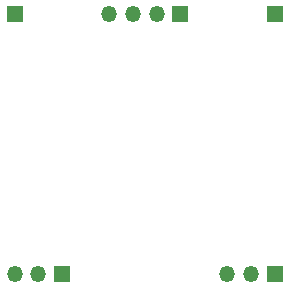
<source format=gbr>
%TF.GenerationSoftware,KiCad,Pcbnew,8.0.3*%
%TF.CreationDate,2024-07-13T00:09:24+02:00*%
%TF.ProjectId,Led Nixie,4c656420-4e69-4786-9965-2e6b69636164,rev?*%
%TF.SameCoordinates,Original*%
%TF.FileFunction,Soldermask,Bot*%
%TF.FilePolarity,Negative*%
%FSLAX46Y46*%
G04 Gerber Fmt 4.6, Leading zero omitted, Abs format (unit mm)*
G04 Created by KiCad (PCBNEW 8.0.3) date 2024-07-13 00:09:24*
%MOMM*%
%LPD*%
G01*
G04 APERTURE LIST*
%ADD10R,1.350000X1.350000*%
%ADD11O,1.350000X1.350000*%
G04 APERTURE END LIST*
D10*
%TO.C,J1*%
X103000000Y-29000000D03*
D11*
X101000000Y-29000000D03*
X99000000Y-29000000D03*
X97000000Y-29000000D03*
%TD*%
D10*
%TO.C,J5*%
X111000000Y-29000000D03*
%TD*%
%TO.C,J4*%
X89000000Y-29000000D03*
%TD*%
%TO.C,J3*%
X93000000Y-51000000D03*
D11*
X91000000Y-51000000D03*
X89000000Y-51000000D03*
%TD*%
D10*
%TO.C,J2*%
X111000000Y-51000000D03*
D11*
X109000000Y-51000000D03*
X107000000Y-51000000D03*
%TD*%
M02*

</source>
